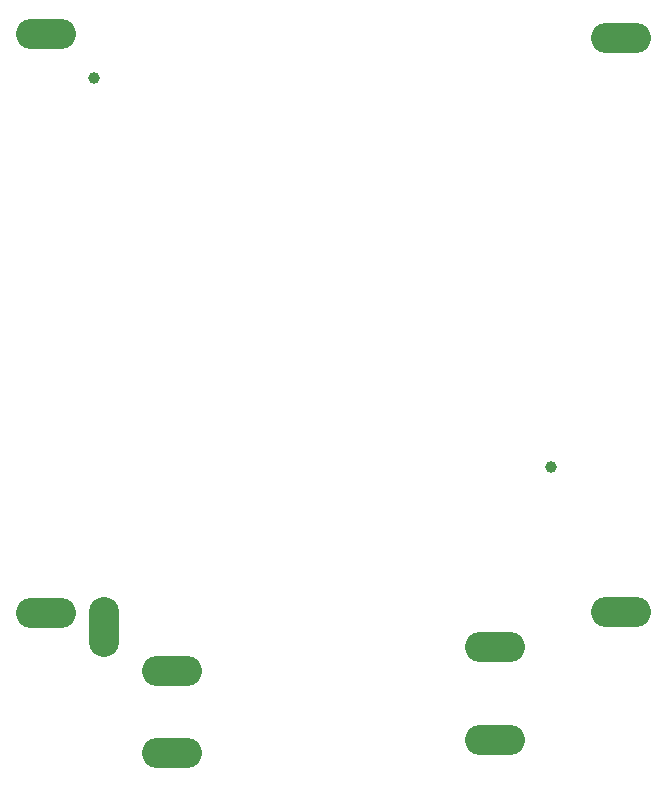
<source format=gts>
G04 #@! TF.GenerationSoftware,KiCad,Pcbnew,(6.0.2)*
G04 #@! TF.CreationDate,2022-06-03T10:06:41-07:00*
G04 #@! TF.ProjectId,iflfu-middle,69666c66-752d-46d6-9964-646c652e6b69,rev?*
G04 #@! TF.SameCoordinates,Original*
G04 #@! TF.FileFunction,Soldermask,Top*
G04 #@! TF.FilePolarity,Negative*
%FSLAX46Y46*%
G04 Gerber Fmt 4.6, Leading zero omitted, Abs format (unit mm)*
G04 Created by KiCad (PCBNEW (6.0.2)) date 2022-06-03 10:06:41*
%MOMM*%
%LPD*%
G01*
G04 APERTURE LIST*
%ADD10C,1.000000*%
%ADD11O,5.080000X2.540000*%
%ADD12O,2.540000X5.080000*%
G04 APERTURE END LIST*
D10*
X149800000Y-86634717D03*
X188500000Y-119534717D03*
D11*
X145750000Y-82884717D03*
X145750000Y-131884717D03*
X194450000Y-131834717D03*
X183750000Y-142634717D03*
X156450000Y-136784717D03*
D12*
X150700000Y-133084717D03*
D11*
X156450000Y-143784717D03*
X183750000Y-134769717D03*
X194450000Y-83204717D03*
M02*

</source>
